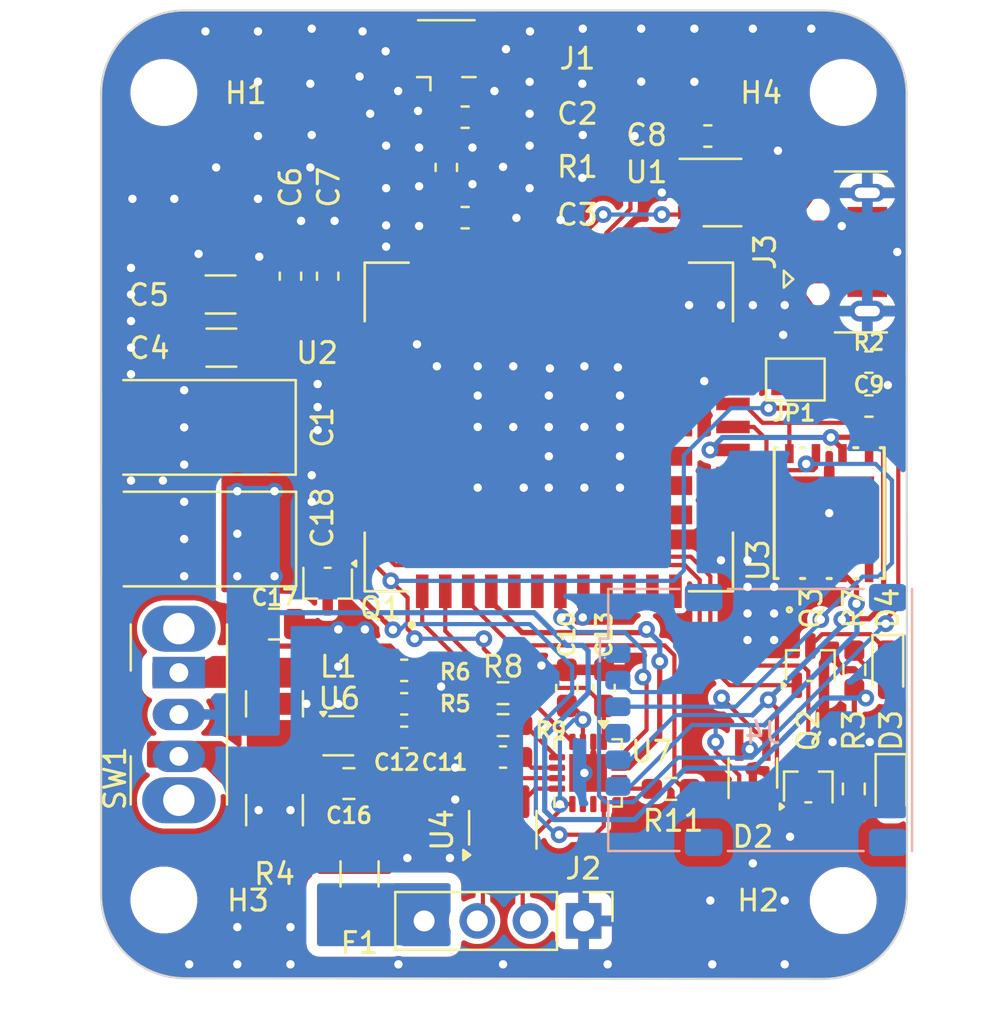
<source format=kicad_pcb>
(kicad_pcb (version 20241229) (generator "pcbnew") (generator_version "9.0")
  (title_block (title "TechStudio.Design SIM7080G NB-IoT Shield") (date "2021-08-25") (rev "V1.2") (company "www.techstudio.design") (comment 3 "Copyright: Tech Studio Design, 2021") (comment 4 "Designed By: Henry Cheung"))
  (layers (0 "F.Cu" signal) (4 "In1.Cu" power) (6 "In2.Cu" power) (2 "B.Cu" signal) (13 "F.Paste" user) (15 "B.Paste" user) (5 "F.SilkS" user "F.Silkscreen") (7 "B.SilkS" user "B.Silkscreen") (1 "F.Mask" user) (3 "B.Mask" user) (25 "Edge.Cuts" user))
  (net 0 "")
  (net 1 "Net-(U7-V3_{OUT})")
  (net 2 "GND")
  (net 3 "+1V8")
  (net 4 "Net-(J1-In)")
  (net 5 "VBUS")
  (net 6 "Net-(U2-RF_ANT)")
  (net 7 "Net-(J4-VCC)")
  (net 8 "Net-(J4-RST)")
  (net 9 "Net-(J4-I{slash}O)")
  (net 10 "Net-(J4-CLK)")
  (net 11 "Net-(D3-K)")
  (net 12 "Net-(D3-A)")
  (net 13 "Net-(D4-K)")
  (net 14 "Net-(D4-A)")
  (net 16 "Net-(J3-D-)")
  (net 17 "Net-(J3-D+)")
  (net 18 "Net-(JP1-A)")
  (net 19 "Net-(JP1-B)")
  (net 20 "Net-(U2-USB_DP)")
  (net 21 "Net-(U2-USB_DM)")
  (net 57 "/SIM7080_module/STATUS_LED_CTRL")
  (net 58 "/SIM7080_module/NET_LED_CTRL")
  (net 59 "Net-(U7-UD+)")
  (net 60 "Net-(U7-UD-)")
  (net 61 "Net-(J2-Pin_2)")
  (net 62 "Net-(SW1-C)")
  (net 63 "/SIM7080_Interface/UART_~{RTS}")
  (net 64 "/SIM7080_Interface/UART_~{CTS}")
  (net 65 "/SIM7080_Interface/UART_TXD")
  (net 66 "/SIM7080_Interface/UART_~{RI}")
  (net 67 "/SIM7080_Interface/UART_~{ACT}")
  (net 68 "/SIM7080_Interface/UART_~{DSR}")
  (net 69 "/SIM7080_Interface/UART_RXD")
  (net 71 "/SIM7080_module/DEBUG_VBUS")
  (net 72 "Net-(U7-TXD)")
  (net 73 "Net-(J2-Pin_3)")
  (net 74 "+BATT")
  (net 75 "Net-(U6-FB)")
  (net 76 "+5V")
  (net 78 "Net-(U6-SW)")
  (net 79 "Net-(U7-RXD)")
  (net 80 "Net-(U7-~{RTS})")
  (net 81 "Net-(SW1-A)")
  (net 83 "/SIM7080_Interface/PWR_SIGNAL")
  (net 84 "Net-(Q1-B)")
  (net 85 "/SIM7080_module/UART_DCD")
  (footprint "Capacitor_SMD:C_0603_1608Metric_Pad1.05x0.95mm_HandSolder" (layer "F.Cu") (at 30.7 18.2)
    (property "Reference" "C2")
    (property "Value" "NC" (hide yes))
  )
  (footprint "Capacitor_SMD:C_0603_1608Metric_Pad1.05x0.95mm_HandSolder" (layer "F.Cu") (at 30.7 23)
    (property "Reference" "C3")
    (property "Value" "NC" (hide yes))
  )
  (footprint "Capacitor_SMD:C_1206_3216Metric_Pad1.33x1.80mm_HandSolder" (layer "F.Cu") (at 19.0115 26.67 180)
    (property "Reference" "C5")
    (property "Value" "100uF")
  )
  (footprint "Capacitor_SMD:C_0603_1608Metric_Pad1.05x0.95mm_HandSolder" (layer "F.Cu") (at 22.352 25.795 90)
    (property "Reference" "C6")
    (property "Value" "1uF" (hide yes))
  )
  (footprint "Capacitor_SMD:C_0603_1608Metric_Pad1.05x0.95mm_HandSolder" (layer "F.Cu") (at 24.13 25.795 90)
    (property "Reference" "C7")
    (property "Value" "0.1uF" (hide yes))
  )
  (footprint "Capacitor_SMD:C_0603_1608Metric_Pad1.05x0.95mm_HandSolder" (layer "F.Cu") (at 42.3 19.1 180)
    (property "Reference" "C8")
    (property "Value" "0.1uF" (hide yes))
  )
  (footprint "Capacitor_SMD:C_0603_1608Metric_Pad1.05x0.95mm_HandSolder" (layer "F.Cu") (at 50 32)
    (property "Reference" "C9")
    (property "Value" "0.1uF" (hide yes))
  )
  (footprint "Package_TO_SOT_SMD:SOT-353_SC-70-5_Handsoldering" (layer "F.Cu") (at 44.45 49.53 90)
    (property "Reference" "D2")
    (property "Value" "ESDA6V1W5" (hide yes))
  )
  (footprint "MountingHole:MountingHole_2.7mm_M2.5" (layer "F.Cu") (at 48.768 55.626)
    (property "Reference" "H2")
    (property "Value" "MountingHole_Pad" (hide yes))
  )
  (footprint "MountingHole:MountingHole_2.7mm_M2.5" (layer "F.Cu") (at 16.3 55.6)
    (property "Reference" "H3")
    (property "Value" "MountingHole_Pad" (hide yes))
  )
  (footprint "Connector_Coaxial:U.FL_Hirose_U.FL-R-SMT-1_Vertical" (layer "F.Cu") (at 29.8 15.4 90)
    (property "Reference" "J1")
    (property "Value" "LTE Antenna" (hide yes))
  )
  (footprint "Jumper:SolderJumper-2_P1.3mm_Open_Pad1.0x1.5mm" (layer "F.Cu") (at 46.482 30.734)
    (property "Reference" "JP1")
    (property "Value" "SolderJumper_2_Open" (hide yes))
  )
  (footprint "Resistor_SMD:R_0603_1608Metric_Pad1.05x0.95mm_HandSolder" (layer "F.Cu") (at 29.8 20.6 90)
    (property "Reference" "R1")
    (property "Value" "0" (hide yes))
  )
  (footprint "Resistor_SMD:R_0603_1608Metric_Pad1.05x0.95mm_HandSolder" (layer "F.Cu") (at 50 29.9 180)
    (property "Reference" "R2")
    (property "Value" "10k" (hide yes))
  )
  (footprint "Package_TO_SOT_SMD:SOT-23-6_Handsoldering" (layer "F.Cu") (at 43 21.8)
    (property "Reference" "U1")
    (property "Value" "USBLC6-2SC6" (hide yes))
  )
  (footprint "SimCom:SIM7080G" (layer "F.Cu") (at 34.7 33 90)
    (property "Reference" "U2")
    (property "Value" "SIM7080G" (hide yes))
  )
  (footprint "e-tinkers:ST4SIM-200M" (layer "F.Cu") (at 48.1 37.1158 90)
    (property "Reference" "U3")
    (property "Value" "ST4SIM-200M" (hide yes))
  )
  (footprint "MountingHole:MountingHole_2.7mm_M2.5" (layer "F.Cu") (at 16.3 17.018)
    (property "Reference" "H1")
    (property "Value" "MountingHole_Pad")
  )
  (footprint "Connector_USB:USB_Micro-B_XKB_U254-051T-4BH83-F1S" (layer "F.Cu") (at 49.53 24.638 90)
    (property "Reference" "J3")
    (property "Value" "USB_B_Micro")
  )
  (footprint "Capacitor_Tantalum_SMD:CP_EIA-7343-30_AVX-N_HandSolder" (layer "F.Cu") (at 18.014 33.02 180)
    (property "Reference" "C1")
    (property "Value" "500uF")
  )
  (footprint "Capacitor_SMD:C_0603_1608Metric_Pad1.08x0.95mm_HandSolder" (layer "F.Cu") (at 35.56 45.466 90)
    (property "Reference" "C10")
    (property "Value" "1uF")
  )
  (footprint "Package_TO_SOT_SMD:SOT-323_SC-70" (layer "F.Cu") (at 47.2 44.4 90)
    (property "Reference" "Q3")
    (property "Value" "DTC143ZU")
  )
  (footprint "Capacitor_Tantalum_SMD:CP_EIA-7343-30_AVX-N_HandSolder" (layer "F.Cu") (at 18.034 38.354 180)
    (property "Reference" "C18")
    (property "Value" "500uF")
  )
  (footprint "Capacitor_SMD:C_0603_1608Metric_Pad1.08x0.95mm_HandSolder" (layer "F.Cu") (at 27.7865 47.828 180)
    (property "Reference" "C12")
    (property "Value" "120pF")
  )
  (footprint "LED_SMD:LED_0603_1608Metric_Pad1.05x0.95mm_HandSolder" (layer "F.Cu") (at 50.9 44.6 -90)
    (property "Reference" "D4")
    (property "Value" "STATUS")
  )
  (footprint "Capacitor_SMD:C_0603_1608Metric_Pad1.08x0.95mm_HandSolder" (layer "F.Cu") (at 32.512 48.768 180)
    (property "Reference" "C11")
    (property "Value" "100nF")
  )
  (footprint "Connector_PinHeader_2.54mm:PinHeader_1x04_P2.54mm_Vertical" (layer "F.Cu") (at 36.36 56.6 -90)
    (property "Reference" "J2")
    (property "Value" "USB_JUMPER")
  )
  (footprint "Package_TO_SOT_SMD:SOT-323_SC-70" (layer "F.Cu") (at 24.13 40.4645 -90)
    (property "Reference" "Q1")
    (property "Value" "DTC143Z")
  )
  (footprint "Package_TO_SOT_SMD:SOT-323_SC-70" (layer "F.Cu") (at 47.1 50.2 90)
    (property "Reference" "Q2")
    (property "Value" "DTC143ZU")
  )
  (footprint "Capacitor_SMD:C_0805_2012Metric" (layer "F.Cu") (at 25.146 50.038)
    (property "Reference" "C16")
    (property "Value" "10uF")
  )
  (footprint "Resistor_SMD:R_0603_1608Metric_Pad0.98x0.95mm_HandSolder" (layer "F.Cu") (at 49.276 50.292 -90)
    (property "Reference" "R3")
    (property "Value" "1k")
  )
  (footprint "Resistor_SMD:R_0603_1608Metric_Pad0.98x0.95mm_HandSolder" (layer "F.Cu") (at 32.512 47.244 180)
    (property "Reference" "R9")
    (property "Value" "1k")
  )
  (footprint "Resistor_SMD:R_0603_1608Metric_Pad0.98x0.95mm_HandSolder" (layer "F.Cu") (at 40.5365 50.292)
    (property "Reference" "R11")
    (property "Value" "1k")
  )
  (footprint "Resistor_SMD:R_0603_1608Metric_Pad0.98x0.95mm_HandSolder" (layer "F.Cu") (at 32.512 45.72 180)
    (property "Reference" "R8")
    (property "Value" "1k")
  )
  (footprint "Button_Switch_THT:SW_Slide_SPDT_Angled_CK_OS102011MA1Q" (layer "F.Cu") (at 17.018 44.736 -90)
    (property "Reference" "SW1")
    (property "Value" "KILL_SWITCH")
  )
  (footprint "Capacitor_SMD:C_0603_1608Metric_Pad1.08x0.95mm_HandSolder" (layer "F.Cu") (at 27.7865 44.628)
    (property "Reference" "R6")
    (property "Value" "100k")
  )
  (footprint "Capacitor_SMD:C_1206_3216Metric_Pad1.33x1.80mm_HandSolder" (layer "F.Cu") (at 19.05 29.21 180)
    (property "Reference" "C4")
    (property "Value" "100uF")
  )
  (footprint "Inductor_SMD:L_1210_3225Metric_Pad1.42x2.65mm_HandSolder" (layer "F.Cu") (at 21.59 46.228 90)
    (property "Reference" "L1")
    (property "Value" "1uH")
  )
  (footprint "Capacitor_SMD:C_0805_2012Metric" (layer "F.Cu") (at 21.59 42.418)
    (property "Reference" "C17")
    (property "Value" "22uF")
  )
  (footprint "MountingHole:MountingHole_2.7mm_M2.5" (layer "F.Cu") (at 48.768 17.018)
    (property "Reference" "H4")
    (property "Value" "MountingHole_Pad")
  )
  (footprint "LED_SMD:LED_0603_1608Metric_Pad1.05x0.95mm_HandSolder" (layer "F.Cu") (at 51.054 50.292 -90)
    (property "Reference" "D3")
    (property "Value" "NETLIGHT")
  )
  (footprint "Fuse:Fuse_1206_3216Metric_Pad1.42x1.75mm_HandSolder" (layer "F.Cu") (at 25.654 54.356 90)
    (property "Reference" "F1")
    (property "Value" "PTC_FUSE")
  )
  (footprint "Capacitor_SMD:C_0603_1608Metric_Pad1.08x0.95mm_HandSolder" (layer "F.Cu") (at 27.7865 46.228 180)
    (property "Reference" "R5")
    (property "Value" "536k")
  )
  (footprint "Resistor_SMD:R_1210_3225Metric_Pad1.30x2.65mm_HandSolder" (layer "F.Cu") (at 21.59 51.308 -90)
    (property "Reference" "R4")
    (property "Value" "10R")
  )
  (footprint "Package_DFN_QFN:WCH_QFN-16-1EP_3x3mm_P0.5mm_EP1.8x1.8mm" (layer "F.Cu") (at 36.576 49.53 -90)
    (property "Reference" "U7")
    (property "Value" "CH343P")
  )
  (footprint "Resistor_SMD:R_0603_1608Metric_Pad0.98x0.95mm_HandSolder" (layer "F.Cu") (at 49.3 44.6 90)
    (property "Reference" "R7")
    (property "Value" "1k")
  )
  (footprint "Package_TO_SOT_SMD:SOT-563" (layer "F.Cu") (at 24.638 47.752)
    (property "Reference" "U6")
    (property "Value" "TPS62A01ADRL")
  )
  (footprint "Package_TO_SOT_SMD:SOT-23-6_Handsoldering" (layer "F.Cu") (at 32.5 52.25 90)
    (property "Reference" "U4")
    (property "Value" "USBLC6-2SC6")
  )
  (footprint "Capacitor_SMD:C_0603_1608Metric_Pad1.08x0.95mm_HandSolder" (layer "F.Cu") (at 37.338 45.466 90)
    (property "Reference" "C13")
    (property "Value" "1uF")
  )
  (footprint "Connector_Card:nanoSIM_Hinged_CUI_NSIM-2-C" (layer "B.Cu") (at 44.8 47 -90)
    (property "Reference" "J4")
    (property "Value" "SIM_Card")
  )
  (gr_arc (start 17.3 59.337573) (mid 14.471573 58.166) (end 13.3 55.337573) (stroke (width 0.1)) (layer "Edge.Cuts"))
  (gr_line (start 47.816 59.372) (end 17.3 59.337573) (stroke (width 0.1)) (layer "Edge.Cuts"))
  (gr_arc (start 47.8 13.1) (mid 50.628427 14.271573) (end 51.8 17.1) (stroke (width 0.1)) (layer "Edge.Cuts"))
  (gr_line (start 51.8 17.1) (end 51.816 55.372) (stroke (width 0.1)) (layer "Edge.Cuts"))
  (gr_line (start 13.3 55.337573) (end 13.3 17.1) (stroke (width 0.1)) (layer "Edge.Cuts"))
  (gr_arc (start 13.3 17.1) (mid 14.471573 14.271573) (end 17.3 13.1) (stroke (width 0.1)) (layer "Edge.Cuts"))
  (gr_arc (start 51.815999 55.370328) (mid 50.645018 58.199835) (end 47.816 59.371999) (stroke (width 0.1)) (layer "Edge.Cuts"))
  (gr_line (start 17.3 13.1) (end 47.8 13.1) (stroke (width 0.1)) (layer "Edge.Cuts"))
  (segment (start 33.8865 49.28) (end 33.3745 48.768) (width 0.2) (layer "F.Cu") (net 1))
  (segment (start 35.0885 49.28) (end 33.8865 49.28) (width 0.2) (layer "F.Cu") (net 1))
  (segment (start 31.3 30.1) (end 31.3 30.1) (width 0.5) (layer "F.Cu") (net 2))
  (segment (start 31.3 35.9) (end 32.6 37.2) (width 0.5) (layer "F.Cu") (net 2))
  (segment (start 33.5 35.9) (end 31.3 35.9) (width 0.5) (layer "F.Cu") (net 2))
  (segment (start 29.551678 45.402317) (end 29.423317 45.402317) (width 0.2) (layer "F.Cu") (net 2))
  (segment (start 23.9255 46.9405) (end 24.638 46.228) (width 0.2) (layer "F.Cu") (net 2))
  (segment (start 31.2 35.8) (end 31.3 35.9) (width 0.5) (layer "F.Cu") (net 2))
  (segment (start 30.85 25.15) (end 30.85 23.725) (width 0.3) (layer "F.Cu") (net 2))
  (segment (start 31.3 35.9) (end 31.3 35.9) (width 0.5) (layer "F.Cu") (net 2))
  (segment (start 30.85 23.725) (end 31.575 23) (width 0.3) (layer "F.Cu") (net 2))
  (segment (start 44.45 50.86) (end 44.45 53.848) (width 0.2) (layer "F.Cu") (net 2))
  (segment (start 27.5 15.8) (end 25.8 14.1) (width 0.5) (layer "F.Cu") (net 2))
  (segment (start 36.826 48.0425) (end 36.826 49.28) (width 0.2) (layer "F.Cu") (net 2))
  (segment (start 40.1 21.8) (end 41.65 21.8) (width 0.2) (layer "F.Cu") (net 2))
  (segment (start 36.35 40.85) (end 36.35 42.072997) (width 0.2) (layer "F.Cu") (net 2))
  (segment (start 29.423317 45.402317) (end 28.649 44.628) (width 0.2) (layer "F.Cu") (net 2))
  (segment (start 50.875 31.025) (end 50.9 31) (width 0.25) (layer "F.Cu") (net 2))
  (segment (start 28.65 25.15) (end 28.65 18.1) (width 0.5) (layer "F.Cu") (net 2))
  (segment (start 23.9255 47.0395) (end 23.114 46.228) (width 0.2) (layer "F.Cu") (net 2))
  (segment (start 28.45 16.6) (end 26.9 15.05) (width 0.5) (layer "F.Cu") (net 2))
  (segment (start 28.45 17.9) (end 28.45 16.6) (width 0.5) (layer "F.Cu") (net 2))
  (segment (start 36.35 42.072997) (end 36.322 42.100997) (width 0.2) (layer "F.Cu") (net 2))
  (segment (start 32.6 37.2) (end 32.6 38.35) (width 0.5) (layer "F.Cu") (net 2))
  (segment (start 34.654084 44.704) (end 36.576 44.704) (width 0.2) (layer "F.Cu") (net 2))
  (segment (start 48.65 23.35) (end 48.7 23.4) (width 0.25) (layer "F.Cu") (net 2))
  (segment (start 25.9 30.8) (end 27.2 30.8) (width 0.5) (layer "F.Cu") (net 2))
  (segment (start 33.8 14.1) (end 30.85 17.05) (width 0.5) (layer "F.Cu") (net 2))
  (segment (start 36.576 44.704) (end 36.6765 44.6035) (width 0.2) (layer "F.Cu") (net 2))
  (segment (start 23.9255 47.252) (end 23.9255 47.0395) (width 0.2) (layer "F.Cu") (net 2))
  (segment (start 42.138762 30.8) (end 42.128089 30.810673) (width 0.25) (layer "F.Cu") (net 2))
  (segment (start 28.5 35.9) (end 28.4 35.8) (width 0.5) (layer "F.Cu") (net 2))
  (segment (start 31.3 35.9) (end 28.5 35.9) (width 0.5) (layer "F.Cu") (net 2))
  (segment (start 43.5 30.8) (end 42.138762 30.8) (width 0.25) (layer "F.Cu") (net 2))
  (segment (start 30.85 17.05) (end 30.85 25.15) (width 0.5) (layer "F.Cu") (net 2))
  (segment (start 47.2 23.35) (end 48.65 23.35) (width 0.25) (layer "F.Cu") (net 2))
  (segment (start 34.345042 44.394958) (end 34.654084 44.704) (width 0.2) (layer "F.Cu") (net 2))
  (segment (start 23.9255 47.252) (end 23.9255 46.9405) (width 0.2) (layer "F.Cu") (net 2))
  (segment (start 31.2 30.2) (end 31.3 30.1) (width 0.5) (layer "F.Cu") (net 2))
  (segment (start 27.8 30.2) (end 28.4 30.2) (width 0.5) (layer "F.Cu") (net 2))
  (segment (start 32.5 53.6) (end 32.5 57.8) (width 0.2) (layer "F.Cu") (net 2))
  (segment (start 50.875 32) (end 50.875 31.025) (width 0.25) (layer "F.Cu") (net 2))
  (segment (start 34.7 35.9) (end 33.5 35.9) (width 0.5) (layer "F.Cu") (net 2))
  (segment (start 27.2 30.8) (end 27.8 30.2) (width 0.5) (layer "F.Cu") (net 2))
  (segment (start 36.6765 44.6035) (end 37.338 44.6035) (width 0.2) (layer "F.Cu") (net 2))
  (segment (start 43.5 28.6) (end 45.9 28.6) (width 0.5) (layer "F.Cu") (net 2))
  (via (at 48.26 48.05) (size 0.8) (drill 0.4) (layers "F.Cu" "B.Cu") (net 2))
  (via (at 42.418 55.626) (size 0.8) (drill 0.4) (layers "F.Cu" "B.Cu") (net 2))
  (via (at 20.828 51.308) (size 0.8) (drill 0.4) (layers "F.Cu" "B.Cu") (net 2))
  (via (at 20.8 22.1) (size 0.8) (drill 0.4) (layers "F.Cu" "B.Cu") (net 2))
  (via (at 14.732 30.48) (size 0.8) (drill 0.4) (layers "F.Cu" "B.Cu") (net 2))
  (via (at 19.812 56.896) (size 0.8) (drill 0.4) (layers "F.Cu" "B.Cu") (net 2))
  (via (at 19.812 58.674) (size 0.8) (drill 0.4) (layers "F.Cu" "B.Cu") (net 2))
  (via (at 28.4 29.05) (size 0.8) (drill 0.4) (layers "F.Cu" "B.Cu") (net 2))
  (via (at 35.26 23.11) (size 0.8) (drill 0.4) (layers "F.Cu" "B.Cu") (net 2))
  (via (at 42.926 39.37) (size 0.8) (drill 0.4) (layers "F.Cu" "B.Cu") (net 2))
  (via (at 34.345042 44.394958) (size 0.8) (drill 0.4) (layers "F.Cu" "B.Cu") (net 2))
  (via (at 17.272 40.132) (size 0.8) (drill 0.4) (layers "F.Cu" "B.Cu") (net 2))
  (via (at 23.65 33.15) (size 0.8) (drill 0.4) (layers "F.Cu" "B.Cu") (net 2))
  (via (at 29.972 53.594) (size 0.8) (drill 0.4) (layers "F.Cu" "B.Cu") (net 2))
  (via (at 38.1 34.4) (size 0.8) (drill 0.4) (layers "F.Cu" "B.Cu") (net 2))
  (via (at 36.322 19.05) (size 0.8) (drill 0.4) (layers "F.Cu" "B.Cu") (net 2))
  (via (at 45.466 40.64) (size 0.8) (drill 0.4) (layers "F.Cu" "B.Cu") (net 2))
  (via (at 46.228 52.578) (size 0.8) (drill 0.4) (layers "F.Cu" "B.Cu") (net 2))
  (via (at 28.45 17.9) (size 0.8) (drill 0.4) (layers "F.Cu" "B.Cu") (net 2))
  (via (at 17.96 24.729) (size 0.8) (drill 0.4) (layers "F.Cu" "B.Cu") (net 2))
  (via (at 23.114 46.228) (size 0.8) (drill 0.4) (layers "F.Cu" "B.Cu") (net 2))
  (via (at 20.8 16.5) (size 0.8) (drill 0.4) (layers "F.Cu" "B.Cu") (net 2))
  (via (at 29.551678 45.402317) (size 0.8) (drill 0.4) (layers "F.Cu" "B.Cu") (net 2))
  (via (at 24.638 42.672) (size 0.8) (drill 0.4) (layers "F.Cu" "B.Cu") (net 2))
  (via (at 17.272 34.798) (size 0.8) (drill 0.4) (layers "F.Cu" "B.Cu") (net 2))
  (via (at 44.196 41.91) (size 0.8) (drill 0.4) (layers "F.Cu" "B.Cu") (net 2))
  (via (at 47.244 13.97) (size 0.8) (drill 0.4) (layers "F.Cu" "B.Cu") (net 2))
  (via (at 17.272 31.242) (size 0.8) (drill 0.4) (layers "F.Cu" "B.Cu") (net 2))
  (via (at 22.86 23.154) (size 0.8) (drill 0.4) (layers "F.Cu" "B.Cu") (net 2))
  (via (at 23.368 13.97) (size 0.8) (drill 0.4) (layers "F.Cu" "B.Cu") (net 2))
  (via (at 23.65 30.95) (size 0.8) (drill 0.4) (layers "F.Cu" "B.Cu") (net 2))
  (via (at 17.272 38.354) (size 0.8) (drill 0.4) (layers "F.Cu" "B.Cu") (net 2))
  (via (at 14.732 35.56) (size 0.8) (drill 0.4) (layers "F.Cu" "B.Cu") (net 2))
  (via (at 51.353151 24.638087) (size 0.8) (drill 0.4) (layers "F.Cu" "B.Cu") (net 2))
  (via (at 23.368 35.306) (size 0.8) (drill 0.4) (layers "F.Cu" "B.Cu") (net 2))
  (via (at 22.352 51.308) (size 0.8) (drill 0.4) (layers "F.Cu" "B.Cu") (net 2))
  (via (at 45.466 41.91) (size 0.8) (drill 0.4) (layers "F.Cu" "B.Cu") (net 2))
  (via (at 36.4 35.9) (size 0.8) (drill 0.4) (layers "F.Cu" "B.Cu") (net 2))
  (via (at 41.656 13.97) (size 0.8) (drill 0.4) (layers "F.Cu" "B.Cu") (net 2))
  (via (at 45.974 27.178) (size 0.8) (drill 0.4) (layers "F.Cu" "B.Cu") (net 2))
  (via (at 24.46 23.154) (size 0.8) (drill 0.4) (layers "F.Cu" "B.Cu") (net 2))
  (via (at 16.256 35.56) (size 0.8) (drill 0.4) (layers "F.Cu" "B.Cu") (net 2))
  (via (at 44.196 40.64) (size 0.8) (drill 0.4) (layers "F.Cu" "B.Cu") (net 2))
  (via (at 34.75 30.2) (size 0.8) (drill 0.4) (layers "F.Cu" "B.Cu") (net 2))
  (via (at 32.1 16.95) (size 0.8) (drill 0.4) (layers "F.Cu" "B.Cu") (net 2))
  (via (at 17.512 58.674) (size 0.8) (drill 0.4) (layers "F.Cu" "B.Cu") (net 2))
  (via (at 33.8 14.1) (size 0.8) (drill 0.4) (layers "F.Cu" "B.Cu") (net 2))
  (via (at 44.45 27.178) (size 0.8) (drill 0.4) (layers "F.Cu" "B.Cu") (net 2))
  (via (at 14.8 22.1) (size 0.8) (drill 0.4) (layers "F.Cu" "B.Cu") (net 2))
  (via (at 42.926 27.178) (size 0.8) (drill 0.4) (layers "F.Cu" "B.Cu") (net 2))
  (via (at 25.654 16.256) (size 0.8) (drill 0.4) (layers "F.Cu" "B.Cu") (net 2))
  (via (at 18.288 14.1) (size 0.8) (drill 0.4) (layers "F.Cu" "B.Cu") (net 2))
  (via (at 33.15 23.01) (size 0.8) (drill 0.4) (layers "F.Cu" "B.Cu") (net 2))
  (via (at 23.368 19.05) (size 0.8) (drill 0.4) (layers "F.Cu" "B.Cu") (net 2))
  (via (at 14.732 26.67) (size 0.8) (drill 0.4) (layers "F.Cu" "B.Cu") (net 2))
  (via (at 26.924 19.558) (size 0.8) (drill 0.4) (layers "F.Cu" "B.Cu") (net 2))
  (via (at 44.196 43.18) (size 0.8) (drill 0.4) (layers "F.Cu" "B.Cu") (net 2))
  (via (at 37.512 58.674) (size 0.8) (drill 0.4) (layers "F.Cu" "B.Cu") (net 2))
  (via (at 31.3 33) (size 0.8) (drill 0.4) (layers "F.Cu" "B.Cu") (net 2))
  (via (at 48.1 37.1158) (size 0.8) (drill 0.4) (layers "F.Cu" "B.Cu") (net 2))
  (via (at 23.65 32.05) (size 0.8) (drill 0.4) (layers "F.Cu" "B.Cu") (net 2))
  (via (at 50.9 31) (size 0.8) (drill 0.4) (layers "F.Cu" "B.Cu") (net 2))
  (via (at 45.466 43.18) (size 0.8) (drill 0.4) (layers "F.Cu" "B.Cu") (net 2))
  (via (at 45.974 55.626) (size 0.8) (drill 0.4) (layers "F.Cu" "B.Cu") (net 2))
  (via (at 23.3 20.6) (size 0.8) (drill 0.4) (layers "F.Cu" "B.Cu") (net 2))
  (via (at 38.1 31.5) (size 0.8) (drill 0.4) (layers "F.Cu" "B.Cu") (net 2))
  (via (at 24.638 44.45) (size 0.8) (drill 0.4) (layers "F.Cu" "B.Cu") (net 2))
  (via (at 26.924 24.384) (size 0.8) (drill 0.4) (layers "F.Cu" "B.Cu") (net 2))
  (via (at 16.8 22.1) (size 0.8) (drill 0.4) (layers "F.Cu" "B.Cu") (net 2))
  (via (at 26.162 18.034) (size 0.8) (drill 0.4) (layers "F.Cu" "B.Cu") (net 2))
  (via (at 17.272 36.576) (size 0.8) (drill 0.4) (layers "F.Cu" "B.Cu") (net 2))
  (via (at 30.226 50.8) (size 0.8) (drill 0.4) (layers "F.Cu" "B.Cu") (net 2))
  (via (at 45.974 58.674) (size 0.8) (drill 0.4) (layers "F.Cu" "B.Cu") (net 2))
  (via (at 32.65 14.95) (size 0.8) (drill 0.4) (layers "F.Cu" "B.Cu") (net 2))
  (via (at 36.322 13.97) (size 0.8) (drill 0.4) (layers "F.Cu" "B.Cu") (net 2))
  (via (at 32.512 58.674) (size 0.8) (drill 0.4) (layers "F.Cu" "B.Cu") (net 2))
  (via (at 17.272 33.02) (size 0.8) (drill 0.4) (layers "F.Cu" "B.Cu") (net 2))
  (via (at 23.3 16.6) (size 0.8) (drill 0.4) (layers "F.Cu" "B.Cu") (net 2))
  (via (at 44.45 53.848) (size 0.8) (drill 0.4) (layers "F.Cu" "B.Cu") (net 2))
  (via (at 31.05 19.65) (size 0.8) (drill 0.4) (layers "F.Cu" "B.Cu") (net 2))
  (via (at 29.35 30.1) (size 0.8) (drill 0.4) (layers "F.Cu" "B.Cu") (net 2))
  (via (at 27.512 58.674) (size 0.8) (drill 0.4) (layers "F.Cu" "B.Cu") (net 2))
  (via (at 26.9 15.05) (size 0.8) (drill 0.4) (layers "F.Cu" "B.Cu") (net 2))
  (via (at 34.7 34.4) (size 0.8) (drill 0.4) (layers "F.Cu" "B.Cu") (net 2))
  (via (at 23.368 36.576) (size 0.8) (drill 0.4) (layers "F.Cu" "B.Cu") (net 2))
  (via (at 28.5 21.5) (size 0.8) (drill 0.4) (layers "F.Cu" "B.Cu") (net 2))
  (via (at 36.322 42.100997) (size 0.8) (drill 0.4) (layers "F.Cu" "B.Cu") (net 2))
  (via (at 41.402 27.178) (size 0.8) (drill 0.4) (layers "F.Cu" "B.Cu") (net 2))
  (via (at 31.05 21.4) (size 0.8) (drill 0.4) (layers "F.Cu" "B.Cu") (net 2))
  (via (at 33.782 16.51) (size 0.8) (drill 0.4) (layers "F.Cu" "B.Cu") (net 2))
  (via (at 26.924 23.368) (size 0.8) (drill 0.4) (layers "F.Cu" "B.Cu") (net 2))
  (via (at 36.3 16.6) (size 0.8) (drill 0.4) (layers "F.Cu" "B.Cu") (net 2))
  (via (at 42.512 58.674) (size 0.8) (drill 0.4) (layers "F.Cu" "B.Cu") (net 2))
  (via (at 38 30.15) (size 0.8) (drill 0.4) (layers "F.Cu" "B.Cu") (net 2))
  (via (at 36.3 21.1) (size 0.8) (drill 0.4) (layers "F.Cu" "B.Cu") (net 2))
  (via (at 39.116 13.97) (size 0.8) (drill 0.4) (layers "F.Cu" "B.Cu") (net 2))
  (via (at 45.65 19.8) (size 0.8) (drill 0.4) (layers "F.Cu" "B.Cu") (net 2))
  (via (at 20.8 19.1) (size 0.8) (drill 0.4) (layers "F.Cu" "B.Cu") (net 2))
  (via (at 26.924 21.59) (size 0.8) (drill 0.4) (layers "F.Cu" "B.Cu") (net 2))
  (via (at 34.7 33) (size 0.8) (drill 0.4) (layers "F.Cu" "B.Cu") (net 2))
  (via (at 33 33) (size 0.8) (drill 0.4) (layers "F.Cu" "B.Cu") (net 2))
  (via (at 25.908 42.672) (size 0.8) (drill 0.4) (layers "F.Cu" "B.Cu") (net 2))
  (via (at 24.638 46.228) (size 0.8) (drill 0.4) (layers "F.Cu" "B.Cu") (net 2))
  (via (at 38.1 33) (size 0.8) (drill 0.4) (layers "F.Cu" "B.Cu") (net 2))
  (via (at 36.4 30.1) (size 0.8) (drill 0.4) (layers "F.Cu" "B.Cu") (net 2))
  (via (at 44.196 39.37) (size 0.8) (drill 0.4) (layers "F.Cu" "B.Cu") (net 2))
  (via (at 36.4 33) (size 0.8) (drill 0.4) (layers "F.Cu" "B.Cu") (net 2))
  (via (at 33.782 18.034) (size 0.8) (drill 0.4) (layers "F.Cu" "B.Cu") (net 2))
  (via (at 22.352 56.896) (size 0.8) (drill 0.4) (layers "F.Cu" "B.Cu") (net 2))
  (via (at 25.8 14.1) (size 0.8) (drill 0.4) (layers "F.Cu" "B.Cu") (net 2))
  (via (at 36.399 49.53) (size 0.8) (drill 0.4) (layers "F.Cu" "B.Cu") (net 2))
  (via (at 39.116 16.5) (size 0.8) (drill 0.4) (layers "F.Cu" "B.Cu") (net 2))
  (via (at 22.352 58.674) (size 0.8) (drill 0.4) (layers "F.Cu" "B.Cu") (net 2))
  (via (at 38.8 19.1) (size 0.8) (drill 0.4) (layers "F.Cu" "B.Cu") (net 2))
  (via (at 33.5 35.9) (size 0.8) (drill 0.4) (layers "F.Cu" "B.Cu") (net 2))
  (via (at 40.1 21.8) (size 0.8) (drill 0.4) (layers "F.Cu" "B.Cu") (net 2))
  (via (at 31.3 35.9) (size 0.8) (drill 0.4) (layers "F.Cu" "B.Cu") (net 2))
  (via (at 45.9 28.6) (size 0.8) (drill 0.4) (layers "F.Cu" "B.Cu") (net 2))
  (via (at 28.5 19.65) (size 0.8) (drill 0.4) (layers "F.Cu" "B.Cu") (net 2))
  (via (at 30.226 49.276) (size 0.8) (drill 0.4) (layers "F.Cu" "B.Cu") (net 2))
  (via (at 38.1 35.9) (size 0.8) (drill 0.4) (layers "F.Cu" "B.Cu") (net 2))
  (via (at 41.656 16.51) (size 0.8) (drill 0.4) (layers "F.Cu" "B.Cu") (net 2))
  (via (at 50.038 48.05) (size 0.8) (drill 0.4) (layers "F.Cu" "B.Cu") (net 2))
  (via (at 34.7 31.5) (size 0.8) (drill 0.4) (layers "F.Cu" "B.Cu") (net 2))
  (via (at 28.5 23.4) (size 0.8) (drill 0.4) (layers "F.Cu" "B.Cu") (net 2))
  (via (at 14.732 25.4) (size 0.8) (drill 0.4) (layers "F.Cu" "B.Cu") (net 2))
  (via (at 42.128089 30.810673) (size 0.8) (drill 0.4) (layers "F.Cu" "B.Cu") (net 2))
  (via (at 31.3 30.1) (size 0.8) (drill 0.4) (layers "F.Cu" "B.Cu") (net 2))
  (via (at 32.512 20.574) (size 0.8) (drill 0.4) (layers "F.Cu" "B.Cu") (net 2))
  (via (at 34.7 35.9) (size 0.8) (drill 0.4) (layers "F.Cu" "B.Cu") (net 2))
  (via (at 33.782 21.59) (size 0.8) (drill 0.4) (layers "F.Cu" "B.Cu") (net 2))
  (via (at 20.86 24.8665) (size 0.8) (drill 0.4) (layers "F.Cu" "B.Cu") (net 2))
  (via (at 33.782 19.558) (size 0.8) (drill 0.4) (layers "F.Cu" "B.Cu") (net 2))
  (via (at 44.45 13.97) (size 0.8) (drill 0.4) (layers "F.Cu" "B.Cu") (net 2))
  (via (at 20.8 14.1) (size 0.8) (drill 0.4) (layers "F.Cu" "B.Cu") (net 2))
  (via (at 27.94 53.594) (size 0.8) (drill 0.4) (layers "F.Cu" "B.Cu") (net 2))
  (via (at 18.8 20.6) (size 0.8) (drill 0.4) (layers "F.Cu" "B.Cu") (net 2))
  (via (at 14.732 27.94) (size 0.8) (drill 0.4) (layers "F.Cu" "B.Cu") (net 2))
  (via (at 48.7 23.4) (size 0.8) (drill 0.4) (layers "F.Cu" "B.Cu") (net 2))
  (via (at 31.3 31.5) (size 0.8) (drill 0.4) (layers "F.Cu" "B.Cu") (net 2))
  (via (at 14.732 29.21) (size 0.8) (drill 0.4) (layers "F.Cu" "B.Cu") (net 2))
  (via (at 27.5 16.95) (size 0.8) (drill 0.4) (layers "F.Cu" "B.Cu") (net 2))
  (via (at 33 30.1) (size 0.8) (drill 0.4) (layers "F.Cu" "B.Cu") (net 2))
  (segment (start 38 45.095) (end 38.08011 45.095) (width 0.2) (layer "B.Cu") (net 2))
  (segment (start 38.65011 45.665) (end 40.725 45.665) (width 0.2) (layer "B.Cu") (net 2))
  (segment (start 38.08011 45.095) (end 38.65011 45.665) (width 0.2) (layer "B.Cu") (net 2))
  (segment (start 34.426134 45.466) (end 36.4755 45.466) (width 0.2) (layer "F.Cu") (net 3))
  (segment (start 24.799 38.001) (end 27.149 40.351) (width 0.2) (layer "F.Cu") (net 3))
  (segment (start 37.326 46.3405) (end 37.338 46.3285) (width 0.2) (layer "F.Cu") (net 3))
  (segment (start 49.067 30.701) (end 50.074 30.701) (width 0.25) (layer "F.Cu") (net 3))
  (segment (start 31.593025 43.599429) (end 32.189596 44.196) (width 0.2) (layer "F.Cu") (net 3))
  (segment (start 36.4755 45.466) (end 37.338 46.3285) (width 0.2) (layer "F.Cu") (net 3))
  (segment (start 28.283969 42.989918) (end 27.95 42.655949) (width 0.2) (layer "F.Cu") (net 3))
  (segment (start 25.4 35.2) (end 24.799 35.801) (width 0.2) (layer "F.Cu") (net 3))
  (segment (start 33.156134 44.196) (end 34.426134 45.466) (width 0.2) (layer "F.Cu") (net 3))
  (segment (start 25.9 35.2) (end 25.4 35.2) (width 0.2) (layer "F.Cu") (net 3))
  (segment (start 27.95 41.152) (end 27.149 40.351) (width 0.2) (layer "F.Cu") (net 3))
  (segment (start 31.593025 43.118) (end 31.593025 43.599429) (width 0.2) (layer "F.Cu") (net 3))
  (segment (start 50.074 30.701) (end 50.875 29.9) (width 0.25) (layer "F.Cu") (net 3))
  (segment (start 32.189596 44.196) (end 33.156134 44.196) (width 0.2) (layer "F.Cu") (net 3))
  (segment (start 28.283969 43.118) (end 28.283969 42.989918) (width 0.2) (layer "F.Cu") (net 3))
  (segment (start 45.2 32.1) (end 47.668 32.1) (width 0.25) (layer "F.Cu") (net 3))
  (segment (start 24.799 35.801) (end 24.799 38.001) (width 0.2) (layer "F.Cu") (net 3))
  (segment (start 37.326 48.0425) (end 37.326 46.3405) (width 0.2) (layer "F.Cu") (net 3))
  (segment (start 47.668 32.1) (end 49.067 30.701) (width 0.25) (layer "F.Cu") (net 3))
  (segment (start 27.95 42.655949) (end 27.95 41.152) (width 0.2) (layer "F.Cu") (net 3))
  (via (at 31.593025 43.118) (size 0.8) (drill 0.4) (layers "F.Cu" "B.Cu") (net 3))
  (via (at 27.149 40.351) (size 0.8) (drill 0.4) (layers "F.Cu" "B.Cu") (net 3))
  (via (at 45.2 32.1) (size 0.8) (drill 0.4) (layers "F.Cu" "B.Cu") (net 3))
  (via (at 28.283969 43.118) (size 0.8) (drill 0.4) (layers "F.Cu" "B.Cu") (net 3))
  (segment (start 43.408636 32.1) (end 45.2 32.1) (width 0.2) (layer "B.Cu") (net 3))
  (segment (start 27.149 40.351) (end 40.649 40.351) (width 0.2) (layer "B.Cu") (net 3))
  (segment (start 31.593025 43.118) (end 28.283969 43.118) (width 0.2) (layer "B.Cu") (net 3))
  (segment (start 40.649 40.351) (end 41.15 39.85) (width 0.2) (layer "B.Cu") (net 3))
  (segment (start 41.15 39.85) (end 41.15 34.358636) (width 0.2) (layer "B.Cu") (net 3))
  (segment (start 41.15 34.358636) (end 43.408636 32.1) (width 0.2) (layer "B.Cu") (net 3))
  (segment (start 29.8 19.725) (end 29.8 18.225) (width 0.3) (layer "F.Cu") (net 4))
  (segment (start 29.8 18.175) (end 29.825 18.2) (width 0.3) (layer "F.Cu") (net 4))
  (segment (start 29.8 16.45) (end 29.8 18.175) (width 0.3) (layer "F.Cu") (net 4))
  (segment (start 29.8 18.225) (end 29.825 18.2) (width 0.3) (layer "F.Cu") (net 4))
  (segment (start 29.8 22.975) (end 29.825 23) (width 0.3) (layer "F.Cu") (net 6))
  (segment (start 29.825 25.075) (end 29.75 25.15) (width 0.3) (layer "F.Cu") (net 6))
  (segment (start 29.825 23) (end 29.825 25.075) (width 0.3) (layer "F.Cu") (net 6))
  (segment (start 29.8 21.475) (end 29.8 22.975) (width 0.3) (layer "F.Cu") (net 6))
  (segment (start 44.008636 31.9) (end 44.854318 32.745682) (width 0.2) (layer "F.Cu") (net 7))
  (segment (start 51.401 33.601) (end 51.401 41.599) (width 0.2) (layer "F.Cu") (net 7))
  (segment (start 43.5 31.9) (end 44.008636 31.9) (width 0.2) (layer "F.Cu") (net 7))
  (segment (start 46.195 34.2734) (end 46.195 32.806) (width 0.2) (layer "F.Cu") (net 7))
  (segment (start 51.401 33.601) (end 50.601 32.801) (width 0.2) (layer "F.Cu") (net 7))
  (segment (start 51.401 41.599) (end 51.15 41.85) (width 0.2) (layer "F.Cu") (net 7))
  (segment (start 44.909636 32.801) (end 44.854318 32.745682) (width 0.2) (layer "F.Cu") (net 7))
  (segment (start 46.2 32.801) (end 44.909636 32.801) (width 0.2) (layer "F.Cu") (net 7))
  (segment (start 49.125 32) (end 49.125 32.726) (width 0.2) (layer "F.Cu") (net 7))
  (segment (start 49.2 32.801) (end 49.1 32.801) (width 0.2) (layer "F.Cu") (net 7))
  (segment (start 49.1 32.801) (end 46.2 32.801) (width 0.2) (layer "F.Cu") (net 7))
  (segment (start 51.15 41.85) (end 50.8 42.2) (width 0.2) (layer "F.Cu") (net 7))
  (segment (start 50.8 42.2) (end 50.8 42.4) (width 0.2) (layer "F.Cu") (net 7))
  (segment (start 43.8 48.2) (end 44.108818 48.2) (width 0.2) (layer "F.Cu") (net 7))
  (segment (start 50.601 32.801) (end 49.2 32.801) (width 0.2) (layer "F.Cu") (net 7))
  (segment (start 49.125 32.726) (end 49.2 32.801) (width 0.2) (layer "F.Cu") (net 7))
  (segment (start 46.195 32.806) (end 46.2 32.801) (width 0.2) (layer "F.Cu") (net 7))
  (segment (start 46.195 34.086364) (end 46.195 34.2734) (width 0.2) (layer "F.Cu") (net 7))
  (segment (start 44.108818 48.2) (end 44.299998 48.39118) (width 0.2) (layer "F.Cu") (net 7))
  (via (at 44.299998 48.39118) (size 0.8) (drill 0.4) (layers "F.Cu" "B.Cu") (net 7))
  (via (at 50.8 42.4) (size 0.8) (drill 0.4) (layers "F.Cu" "B.Cu") (net 7))
  (segment (start 37.4 43.825) (end 37.099 44.126) (width 0.2) (layer "B.Cu") (net 7))
  (segment (start 37.099 44.126) (end 37.099 50.62411) (width 0.2) (layer "B.Cu") (net 7))
  (segment (start 37.40089 50.926) (end 38.736 50.926) (width 0.2) (layer "B.Cu") (net 7))
  (segment (start 37.099 50.62411) (end 37.40089 50.926) (width 0.2) (layer "B.Cu") (net 7))
  (segment (start 38 43.825) (end 37.4 43.825) (width 0.2) (layer "B.Cu") (net 7))
  (segment (start 38.736 50.926) (end 40.862 48.8) (width 0.2) (layer "B.Cu") (net 7))
  (segment (start 44.4 48.8) (end 50.8 42.4) (width 0.2) (layer "B.Cu") (net 7))
  (segment (start 40.862 48.8) (end 44.4 48.8) (width 0.2) (layer "B.Cu") (net 7))
  (segment (start 45.4622 35.0622) (end 45.1 34.7) (width 0.2) (layer "F.Cu") (net 8))
  (segment (start 47.465 34.935) (end 47.465 34.2734) (width 0.2) (layer "F.Cu") (net 8))
  (segment (start 46.7 35.0622) (end 45.4622 35.0622) (width 0.2) (layer "F.Cu") (net 8))
  (segment (start 42.955025 45.944975) (end 45.1 48.08995) (width 0.2) (layer "F.Cu") (net 8))
  (segment (start 43.6 33.1) (end 43.5 33) (width 0.25) (layer "F.Cu") (net 8))
  (segment (start 45.1 34.7) (end 45.1 33.6) (width 0.2) (layer "F.Cu") (net 8))
  (segment (start 45.1 48.08995) (end 45.1 48.2) (width 0.2) (layer "F.Cu") (net 8))
  (segment (start 47.3378 35.0622) (end 47.465 34.935) (width 0.2) (layer "F.Cu") (net 8))
  (segment (start 45.1 33.6) (end 44.5 33) (width 0.2) (layer "F.Cu") (net 8))
  (segment (start 46.7 35.0622) (end 47.3378 35.0622) (width 0.2) (layer "F.Cu") (net 8))
  (segment (start 44.5 33) (end 43.5 33) (width 0.2) (layer "F.Cu") (net 8))
  (segment (start 45.7622 35.0622) (end 46.7 35.0622) (width 0.2) (layer "F.Cu") (net 8))
  (via (at 46.997578 34.763198) (size 0.8) (drill 0.4) (layers "F.Cu" "B.Cu") (net 8))
  (via (at 47.697087 42.203063) (size 0.8) (drill 0.4) (layers "F.Cu" "B.Cu") (net 8))
  (via (at 42.955025 45.944975) (size 0.8) (drill 0.4) (layers "F.Cu" "B.Cu") (net 8))
  (segment (start 42.926 46.365) (end 43.635 46.365) (width 0.2) (layer "B.Cu") (net 8))
  (segment (start 50.313198 34.763198) (end 46.997578 34.763198) (width 0.2) (layer "B.Cu") (net 8))
  (segment (start 47.697087 42.150549) (end 49.697636 40.15) (width 0.2) (layer "B.Cu") (net 8))
  (segment (start 42.824459 46.075541) (end 42.824459 46.263459) (width 0.2) (layer "B.Cu") (net 8))
  (segment (start 42.955025 45.944975) (end 42.824459 46.075541) (width 0.2) (layer "B.Cu") (net 8))
  (segment (start 51.1 39.5) (end 51.1 35.55) (width 0.2) (layer "B.Cu") (net 8))
  (segment (start 50.45 40.15) (end 51.1 39.5) (width 0.2) (layer "B.Cu") (net 8))
  (segment (start 47.697087 42.203063) (end 47.697087 42.150549) (width 0.2) (layer "B.Cu") (net 8))
  (segment (start 51.1 35.55) (end 50.313198 34.763198) (width 0.2) (layer "B.Cu") (net 8))
  (segment (start 49.697636 40.15) (end 50.45 40.15) (width 0.2) (layer "B.Cu") (net 8))
  (segment (start 47.697087 42.302913) (end 47.697087 42.203063) (width 0.2) (layer "B.Cu") (net 8))
  (segment (start 42.824459 46.263459) (end 42.926 46.365) (width 0.2) (layer "B.Cu") (net 8))
  (segment (start 38 46.365) (end 42.926 46.365) (width 0.2) (layer "B.Cu") (net 8))
  (segment (start 43.635 46.365) (end 47.697087 42.302913) (width 0.2) (layer "B.Cu") (net 8))
  (segment (start 42.672 48.514) (end 42.672 48.05) (width 0.2) (layer "F.Cu") (net 9))
  (segment (start 45.5 36.5) (end 44.2 35.2) (width 0.2) (layer "F.Cu") (net 9))
  (segment (start 49.4 41.439) (end 49.4 40.6232) (width 0.25) (layer "F.Cu") (net 9))
  (segment (start 43.8 50.86) (end 43.8 49.642) (width 0.2) (layer "F.Cu") (net 9))
  (segment (start 48.735 39.9582) (end 47.9462 39.1694) (width 0.2) (layer "F.Cu") (net 9))
  (segment (start 45.5 39.0167) (end 45.5 36.5) (width 0.2) (layer "F.Cu") (net 9))
  (segment (start 43.8 49.642) (end 42.672 48.514) (width 0.2) (layer "F.Cu") (net 9))
  (segment (start 45.6527 39.1694) (end 45.5 39.0167) (width 0.2) (layer "F.Cu") (net 9))
  (segment (start 49.4 40.6232) (end 48.735 39.9582) (width 0.25) (layer "F.Cu") (net 9))
  (segment (start 47.9462 39.1694) (end 45.6527 39.1694) (width 0.2) (layer "F.Cu") (net 9))
  (segment (start 44.2 35.2) (end 43.5 35.2) (width 0.2) (layer "F.Cu") (net 9))
  (via (at 42.672 48.05) (size 0.8) (drill 0.4) (layers "F.Cu" "B.Cu") (net 9))
  (via (at 49.4 41.439) (size 0.8) (drill 0.4) (layers "F.Cu" "B.Cu") (net 9))
  (segment (start 49.4 41.439) (end 49.426 41.465) (width 0.25) (layer "B.Cu") (net 9))
  (segment (start 42.672 47.244) (end 45.006 47.244) (width 0.2) (layer "B.Cu") (net 9))
  (segment (start 38.6 50.175) (end 41.531 47.244) (width 0.2) (layer "B.Cu") (net 9))
  (segment (start 49.426 42.824) (end 45.006 47.244) (width 0.25) (layer "B.Cu") (net 9))
  (segment (start 38 50.175) (end 38.6 50.175) (width 0.2) (layer "B.Cu") (net 9))
  (segment (start 41.531 47.244) (end 42.672 47.244) (width 0.2) (layer "B.Cu") (net 9))
  (segment (start 49.426 41.465) (end 49.426 42.824) (width 0.25) (layer "B.Cu") (net 9))
  (segment (start 42.672 48.05) (end 42.672 47.244) (width 0.2) (layer "B.Cu") (net 9))
  (segment (start 50.67328 41.5) (end 50.7 41.5) (width 0.25) (layer "F.Cu") (net 10))
  (segment (start 48.735 34.058353) (end 48.735 34.2734) (width 0.25) (layer "F.Cu") (net 10))
  (segment (start 50.7 33.658001) (end 50.5346 33.492601) (width 0.25) (layer "F.Cu") (net 10))
  (segment (start 50.5346 33.492601) (end 48.186046 33.492601) (width 0.25) (layer "F.Cu") (net 10))
  (segment (start 48.735 34.158085) (end 48.735 34.2734) (width 0.25) (layer "F.Cu") (net 10))
  (segment (start 48.7 34.123085) (end 48.735 34.158085) (width 0.25) (layer "F.Cu") (net 10))
  (segment (start 48.737 42.164) (end 50.00928 42.164) (width 0.25) (layer "F.Cu") (net 10))
  (segment (start 45.601 46.451304) (end 45.187196 46.0375) (width 0.2) (layer "F.Cu") (net 10))
  (segment (start 45.1 50.86) (end 45.601 50.359) (width 0.2) (layer "F.Cu") (net 10))
  (segment (start 48.186046 33.492601) (end 48.177647 33.501) (width 0.25) (layer "F.Cu") (net 10))
  (segment (start 42.4 34.1) (end 43.5 34.1) (width 0.25) (layer "F.Cu") (net 10))
  (segment (start 50.7 41.5) (end 50.7 33.658001) (width 0.25) (layer "F.Cu") (net 10))
  (segment (start 48.701 42.2) (end 48.737 42.164) (width 0.25) (layer "F.Cu") (net 10))
  (segment (start 45.601 50.359) (end 45.601 46.451304) (width 0.2) (layer "F.Cu") (net 10))
  (segment (start 48.177647 33.501) (end 48.735 34.058353) (width 0.25) (layer "F.Cu") (net 10))
  (segment (start 50.00928 42.164) (end 50.67328 41.5) (width 0.25) (layer "F.Cu") (net 10))
  (via (at 48.177647 33.501) (size 0.8) (drill 0.4) (layers "F.Cu" "B.Cu") (net 10))
  (via (at 45.187196 46.0375) (size 0.8) (drill 0.4) (layers "F.Cu" "B.Cu") (net 10))
  (via (at 48.701 42.2) (size 0.8) (drill 0.4) (layers "F.Cu" "B.Cu") (net 10))
  (via (at 42.4 34.1) (size 0.8) (drill 0.4) (layers "F.Cu" "B.Cu") (net 10))
  (segment (start 38.6 48.905) (end 40.739 46.766) (width 0.2) (layer "B.Cu") (net 10))
  (segment (start 48.701 42.2) (end 48.701 42.499) (width 0.25) (layer "B.Cu") (net 10))
  (segment (start 48.177648 33.501) (end 42.999 33.501) (width 0.25) (layer "B.Cu") (net 10))
  (segment (start 48.701 42.499) (end 44.434 46.766) (width 0.25) (layer "B.Cu") (net 10))
  (segment (start 42.999 33.501) (end 42.4 34.1) (width 0.25) (layer "B.Cu") (net 10))
  (segment (start 40.739 46.766) (end 44.434 46.766) (width 0.2) (layer "B.Cu") (net 10))
  (segment (start 38 48.905) (end 38.6 48.905) (width 0.2) (layer "B.Cu") (net 10))
  (segment (start 48.0305 50.193) (end 50.278 50.193) (width 0.25) (layer "F.Cu") (net 11))
  (segment (start 50.278 50.193) (end 51.054 49.417) (width 0.25) (layer "F.Cu") (net 11))
  (segment (start 47.1 49.2625) (end 48.0305 50.193) (width 0.25) (layer "F.Cu") (net 11))
  (segment (start 49.276 51.2045) (end 51.0165 51.2045) (width 0.25) (layer "F.Cu") (net 12))
  (segment (start 51.0165 51.2045) (end 51.054 51.167) (width 0.25) (layer "F.Cu") (net 12))
  (segment (start 50.075 42.9) (end 50.9 43.725) (width 0.2) (layer "F.Cu") (net 13))
  (segment (start 47.7625 42.9) (end 50.075 42.9) (width 0.2) (layer "F.Cu") (net 13))
  (segment (start 47.2 43.4625) (end 47.7625 42.9) (width 0.2) (layer "F.Cu") (net 13))
  (segment (start 49.3 43.6875) (end 49.3 43.875) (width 0.2) (layer "F.Cu") (net 14))
  (segment (start 49.3 43.875) (end 50.9 45.475) (width 0.2) (layer "F.Cu") (net 14))
  (segment (start 45.35 22.75) (end 44.35 22.75) (width 0.2) (layer "F.Cu") (net 16))
  (segment (start 45.676 23.076) (end 45.35 22.75) (width 0.2) (layer "F.Cu") (net 16))
  (segment (start 46.325 25.3) (end 45.676 24.651) (width 0.2) (layer "F.Cu") (net 16))
  (segment (start 47.2 25.3) (end 46.325 25.3) (width 0.2) (layer "F.Cu") (net 16))
  (segment (start 45.676 24.651) (end 45.676 23.076) (width 0.2) (layer "F.Cu") (net 16))
  (segment (start 46.325 24.65) (end 47.2 24.65) (width 0.2) (layer "F.Cu") (net 17))
  (segment (start 46.224 24.549) (end 46.325 24.65) (width 0.2) (layer "F.Cu") (net 17))
  (segment (start 46.224 21.744) (end 46.224 24.549) (width 0.2) (layer "F.Cu") (net 17))
  (segment (start 45.33 20.85) (end 46.224 21.744) (width 0.2) (layer "F.Cu") (net 17))
  (segment (start 44.35 20.85) (end 45.33 20.85) (width 0.2) (layer "F.Cu") (net 17))
  (segment (start 43.5 29.7) (end 44.798 29.7) (width 0.2) (layer "F.Cu") (net 18))
  (segment (start 44.798 29.7) (end 45.832 30.734) (width 0.2) (layer "F.Cu") (net 18))
  (segment (start 43.45 29.65) (end 43.5 29.7) (width 0.2) (layer "F.Cu") (net 18))
  (segment (start 47.7 29.9) (end 47.2 30.4) (width 0.25) (layer "F.Cu") (net 19))
  (segment (start 49.125 29.9) (end 47.7 29.9) (width 0.25) (layer "F.Cu") (net 19))
  (segment (start 38.6 22.586002) (end 38.6 21.75) (width 0.2) (layer "F.Cu") (net 20))
  (segment (start 37.45 23.736002) (end 38.6 22.586002) (width 0.2) (layer "F.Cu") (net 20))
  (segment (start 39.5 20.85) (end 41.65 20.85) (width 0.2) (layer "F.Cu") (net 20))
  (segment (start 38.6 21.75) (end 39.5 20.85) (width 0.2) (layer "F.Cu") (net 20))
  (segment (start 37.45 25.15) (end 37.45 23.736002) (width 0.2) (layer "F.Cu") (net 20))
  (segment (start 41.55 22.85) (end 41.65 22.75) (width 0.2) (layer "F.Cu") (net 21))
  (segment (start 36.35 25.15) (end 36.35 23.8) (width 0.2) (layer "F.Cu") (net 21))
  (segment (start 40.1 22.85) (end 41.55 22.85) (width 0.2) (layer "F.Cu") (net 21))
  (segment (start 36.35 23.8) (end 37.3 22.85) (width 0.2) (layer "F.Cu") (net 21))
  (via (at 40.1 22.85) (size 0.8) (drill 0.4) (layers "F.Cu" "B.Cu") (net 21))
  (via (at 37.3 22.85) (size 0.8) (drill 0.4) (layers "F.Cu" "B.Cu") (net 21))
  (segment (start 37.3 22.85) (end 40.1 22.85) (width 0.2) (layer "B.Cu") (net 21))
  (segment (start 25.4 37.4) (end 25.9 37.4) (width 0.2) (layer "F.Cu") (net 57))
  (segment (start 43.3375 45.3375) (end 46.55 45.3375) (width 0.2) (layer "F.Cu") (net 57))
  (segment (start 25.9 37.4) (end 25.9 38.15) (width 0.2) (layer "F.Cu") (net 57))
  (segment (start 42.942 44.942) (end 43.3375 45.3375) (width 0.2) (layer "F.Cu") (net 57))
  (segment (start 41.91 40.64) (end 41.91 40.308) (width 0.2) (layer "F.Cu") (net 57))
  (segment (start 25.9 38.15) (end 27.35 39.6) (width 0.2) (layer "F.Cu") (net 57))
  (segment (start 27.35 39.6) (end 41.202 39.6) (width 0.2) (layer "F.Cu") (net 57))
  (segment (start 42.4 44.4) (end 42.942 44.942) (width 0.2) (layer "F.Cu") (net 57))
  (segment (start 41.202 39.6) (end 40.64 39.6) (width 0.2) (layer "F.Cu") (net 57))
  (segment (start 42.942 44.942) (end 41.91 43.91) (width 0.2) (layer "F.Cu") (net 57))
  (segment (start 41.91 40.308) (end 41.202 39.6) (width 0.2) (layer "F.Cu") (net 57))
  (segment (start 41.91 43.91) (end 41.91 40.64) (width 0.2) (layer "F.Cu") (net 57))
  (segment (start 26.85 36.3) (end 27.3 36.75) (width 0.2) (layer "F.Cu") (net 58))
  (segment (start 46.45 48.694082) (end 46.45 51.1375) (width 0.2) (layer "F.Cu") (net 58))
  (segment (start 47.101 44.670082) (end 47.101 48.043082) (width 0.2) (layer "F.Cu") (net 58))
  (segment (start 46.830918 44.4) (end 47.101 44.670082) (width 0.2) (layer "F.Cu") (net 58))
  (segment (start 41.486 39.2) (end 42.418 40.132) (width 0.2) (layer "F.Cu") (net 58))
  (segment (start 42.418 43.518) (end 43.3 44.4) (width 0.2) (layer "F.Cu") (net 58))
  (segment (start 25.9 36.3) (end 26.85 36.3) (width 0.2) (layer "F.Cu") (net 58))
  (segment (start 42.418 40.132) (end 42.418 43.518) (width 0.2) (layer "F.Cu") (net 58))
  (segment (start 43.3 44.4) (end 46.830918 44.4) (width 0.2) (layer "F.Cu") (net 58))
  (segment (start 28 39.2) (end 41.486 39.2) (width 0.2) (layer "F.Cu") (net 58))
  (segment (start 27.3 36.75) (end 27.3 38.5) (width 0.2) (layer "F.Cu") (net 58))
  (segment (start 27.3 38.5) (end 28 39.2) (width 0.2) (layer "F.Cu") (net 58))
  (segment (start 25.4 36.3) (end 25.9 36.3) (width 0.2) (layer "F.Cu") (net 58))
  (segment (start 47.101 48.043082) (end 46.45 48.694082) (width 0.2) (layer "F.Cu") (net 58))
  (segment (start 35.0885 49.78) (end 31.890001 49.78) (width 0.2) (layer "F.Cu") (net 59))
  (segment (start 31.55 50.120001) (end 31.55 50.9) (width 0.2) (layer "F.Cu") (net 59))
  (segment (start 31.890001 49.78) (end 31.55 50.120001) (width 0.2) (layer "F.Cu") (net 59))
  (segment (start 33.45 50.9) (end 33.528 50.822) (width 0.2) (layer "F.Cu") (net 60))
  (segment (start 34.048 50.28) (end 34.036 50.292) (width 0.2) (layer "F.Cu") (net 60))
  (segment (start 33.45 50.37) (end 33.528 50.292) (width 0.2) (layer "F.Cu") (net 60))
  (segment (start 34.07 50.28) (end 34.048 50.28) (width 0.2) (layer "F.Cu") (net 60))
  (segment (start 35.0885 50.28) (end 34.07 50.28) (width 0.2) (layer "F.Cu") (net 60))
  (segment (start 33.45 50.9) (end 34.07 50.28) (width 0.2) (layer "F.Cu") (net 60))
  (segment (start 33.45 50.37) (end 33.45 50.9) (width 0.2) (layer "F.Cu") (net 60))
  (segment (start 33.528 50.822) (end 33.528 50.292) (width 0.2) (layer "F.Cu") (net 60))
  (segment (start 33.45 53.6) (end 33.45 56.23) (width 0.2) (layer "F.Cu") (net 61))
  (segment (start 33.45 56.23) (end 33.82 56.6) (width 0.2) (layer "F.Cu") (net 61))
  (segment (start 40.229364 43.434) (end 40.701 43.905636) (width 0.2) (layer "F.Cu") (net 63))
  (segment (start 40.701 43.905636) (end 40.701 49.845) (width 0.2) (layer "F.Cu") (net 63))
  (segment (start 30.85 40.85) (end 30.85 41.35) (width 0.2) (layer "F.Cu") (net 63))
  (segment (start 30.85 41.35) (end 32.934 43.434) (width 0.2) (layer "F.Cu") (net 63))
  (segment (start 32.934 43.434) (end 40.229364 43.434) (width 0.2) (layer "F.Cu") (net 63))
  (segment (start 40.701 49.845) (end 41.148 50.292) (width 0.2) (layer "F.Cu") (net 63))
  (segment (start 40.229364 43.434) (end 40.307682 43.512318) (width 0.2) (layer "F.Cu") (net 63))
  (segment (start 41.148 50.292) (end 41.449 50.292) (width 0.2) (layer "F.Cu") (net 63))
  (segment (start 31.95 41.35) (end 33.425997 42.825997) (width 0.25) (layer "F.Cu") (net 64))
  (segment (start 40 44.196) (end 40 47.800178) (width 0.25) (layer "F.Cu") (net 64))
  (segment (start 33.425997 42.825997) (end 39.216003 42.825997) (width 0.25) (layer "F.Cu") (net 64))
  (segment (start 38.520178 49.28) (end 40 47.800178) (width 0.25) (layer "F.Cu") (net 64))
  (segment (start 31.95 40.85) (end 31.95 41.35) (width 0.25) (layer "F.Cu") (net 64))
  (segment (start 40 47.800178) (end 40 46.736) (width 0.25) (layer "F.Cu") (net 64))
  (segment (start 33.425997 42.825997) (end 34.036 42.825997) (width 0.25) (layer "F.Cu") (net 64))
  (segment (start 38.0635 49.28) (end 38.520178 49.28) (width 0.25) (layer "F.Cu") (net 64))
  (segment (start 39.216003 42.825997) (end 39.37 42.672) (width 0.25) (layer "F.Cu") (net 64))
  (via (at 40 44.196) (size 0.8) (drill 0.4) (layers "F.Cu" "B.Cu") (net 64))
  (via (at 39.37 42.672) (size 0.8) (drill 0.4) (layers "F.Cu" "B.Cu") (net 64))
  (segment (start 40 44.196) (end 40 43.302) (width 0.25) (layer "B.Cu") (net 64))
  (segment (start 40 43.302) (end 39.37 42.672) (width 0.25) (layer "B.Cu") (net 64))
  (segment (start 31.5995 45.72) (end 31.5995 44.597268) (width 0.2) (layer "F.Cu") (net 65))
  (segment (start 29.75 42.747768) (end 29.75 40.85) (width 0.2) (layer "F.Cu") (net 65))
  (segment (start 31.5995 44.597268) (end 29.75 42.747768) (width 0.2) (layer "F.Cu") (net 65))
  (segment (start 39.37 47.4735) (end 38.0635 48.78) (width 0.2) (layer "F.Cu") (net 66))
  (segment (start 35.25 42.044997) (end 35.306 42.100997) (width 0.2) (layer "F.Cu") (net 66))
  (segment (start 35.2 41.375) (end 35.25 41.325) (width 0.2) (layer "F.Cu") (net 66))
  (segment (start 35.25 40.85) (end 35.25 42.044997) (width 0.2) (layer "F.Cu") (net 66))
  (segment (start 39.2 44.947723) (end 39.338128 44.947723) (width 0.2) (layer "F.Cu") (net 66))
  (segment (start 35.25 41.325) (end 35.25 40.85) (width 0.2) (layer "F.Cu") (net 66))
  (segment (start 39.338128 44.947723) (end 39.37 44.979595) (width 0.2) (layer "F.Cu") (net 66))
  (segment (start 39.37 44.979595) (end 39.37 47.4735) (width 0.2) (layer "F.Cu") (net 66))
  (via (at 35.306 42.100997) (size 0.8) (drill 0.4) (layers "F.Cu" "B.Cu") (net 66))
  (via (at 39.2 44.947723) (size 0.8) (drill 0.4) (layers "F.Cu" "B.Cu") (net 66))
  (segment (start 39.236682 44.947723) (end 39.287405 44.897) (width 0.2) (layer "B.Cu") (net 66))
  (segment (start 39.2 44.947723) (end 39.272231 44.875492) (width 0.2) (layer "B.Cu") (net 66))
  (segment (start 38.327107 42.801997) (end 36.007 42.801997) (width 0.2) (layer "B.Cu") (net 66))
  (segment (start 39.272231 44.875492) (end 39.272231 43.747121) (width 0.2) (layer "B.Cu") (net 66))
  (segment (start 36.007 42.801997) (end 35.306 42.100997) (width 0.2) (layer "B.Cu") (net 66))
  (segment (start 39.272231 43.747121) (end 38.327107 42.801997) (width 0.2) (layer "B.Cu") (net 66))
  (segment (start 39.2 44.947723) (end 39.236682 44.947723) (width 0.2) (layer "B.Cu") (net 66))
  (segment (start 30.48 46.1245) (end 30.48 44.196) (width 0.2) (layer "F.Cu") (net 69))
  (segment (start 30.48 44.196) (end 28.65 42.366) (width 0.2) (layer "F.Cu") (net 69))
  (segment (start 28.65 42.366) (end 28.65 40.85) (width 0.2) (layer "F.Cu") (net 69))
  (segment (start 31.5995 47.244) (end 30.48 46.1245) (width 0.2) (layer "F.Cu") (net 69))
  (segment (start 44.099999 23.700001) (end 44.1 23.7) (width 0.5) (layer "F.Cu") (net 71))
  (segment (start 43.119999 19.730001) (end 43.175 19.675) (width 0.5) (layer "F.Cu") (net 71))
  (segment (start 43.175 19.675) (end 43.175 19.1) (width 0.5) (layer "F.Cu") (net 71))
  (segment (start 44.35 21.8) (end 43.384998 21.8) (width 0.5) (layer "F.Cu") (net 71))
  (segment (start 44.8 23.7) (end 45 23.9) (width 0.5) (layer "F.Cu") (net 71))
  (segment (start 45 24.9) (end 46.05 25.95) (width 0.5) (layer "F.Cu") (net 71))
  (segment (start 43.384998 21.8) (end 43.119999 21.535001) (width 0.5) (layer "F.Cu") (net 71))
  (segment (start 38.55 24.339998) (end 39.189997 23.700001) (width 0.5) (layer "F.Cu") (net 71))
  (segment (start 39.189997 23.700001) (end 41.6 23.700001) (width 0.5) (layer "F.Cu") (net 71))
  (segment (start 43.119999 21.535001) (end 43.119999 23.435001) (width 0.5) (layer "F.Cu") (net 71))
  (segment (start 43.119999 21.535001) (end 43.119999 19.730001) (width 0.5) (layer "F.Cu") (net 71))
  (segment (start 41.6 23.700001) (end 42.854999 23.700001) (width 0.5) (layer "F.Cu") (net 71))
  (segment (start 44.1 23.7) (end 44.8 23.7) (width 0.5) (layer "F.Cu") (net 71))
  (segment (start 38.55 25.15) (end 38.55 24.339998) (width 0.5) (layer "F.Cu") (net 71))
  (segment (start 45 23.9) (end 45 24.9) (width 0.5) (layer "F.Cu") (net 71))
  (segment (start 42.854999 23.700001) (end 43.119999 23.435001) (width 0.5) (layer "F.Cu") (net 71))
  (segment (start 46.05 25.95) (end 47.2 25.95) (width 0.5) (layer "F.Cu") (net 71))
  (segment (start 41.6 23.700001) (end 44.099999 23.700001) (width 0.5) (layer "F.Cu") (net 71))
  (segment (start 33.5035 45.72) (end 33.4245 45.72) (width 0.2) (layer "F.Cu") (net 72))
  (segment (start 35.826 48.0425) (end 33.5035 45.72) (width 0.2) (layer "F.Cu") (net 72))
  (segment (start 31.55 53.6) (end 31.55 56.33) (width 0.2) (layer "F.Cu") (net 73))
  (segment (start 31.55 56.33) (end 31.28 56.6) (width 0.2) (layer "F.Cu") (net 73))
  (segment (start 49.3 49.3555) (end 49.276 49.3795) (width 0.25) (layer "F.Cu") (net 74))
  (segment (start 49.845889 45.95) (end 49.408389 45.5125) (width 0.25) (layer "F.Cu") (net 74))
  (segment (start 49.408389 45.5125) (end 49.3 45.5125) (width 0.25) (layer "F.Cu") (net 74))
  (segment (start 20.828 39.05) (end 20.828 39.37) (width 0.25) (layer "F.Cu") (net 74))
  (segment (start 25.9 29.7) (end 25.9 28.6) (width 0.5) (layer "F.Cu") (net 74))
  (segment (start 49.3 45.5125) (end 49.3 49.3555) (width 0.25) (layer "F.Cu") (net 74))
  (via (at 49.845889 45.95) (size 0.8) (drill 0.4) (layers "F.Cu" "B.Cu") (net 74))
  (via (at 19.812 36.068) (size 0.8) (drill 0.4) (layers "F.Cu" "B.Cu") (net 74))
  (via (at 21.59 36.068) (size 0.8) (drill 0.4) (layers "F.Cu" "B.Cu") (net 74))
  (via (at 19.812 38.1) (size 0.8) (drill 0.4) (layers "F.Cu" "B.Cu") (net 74))
  (via (at 21.59 40.132) (size 0.8) (drill 0.4) (layers "F.Cu" "B.Cu") (net 74))
  (via (at 19.812 40.132) (size 0.8) (drill 0.4) (layers "F.Cu" "B.Cu") (net 74))
  (segment (start 36.06128 46.228) (end 36.068 46.228) (width 0.25) (layer "B.Cu") (net 74))
  (segment (start 34.502969 51.33072) (end 34.502969 47.786311) (width 0.25) (layer "B.Cu") (net 74))
  (segment (start 49.845889 45.95) (end 47.852454 45.95) (width 0.25) (layer "B.Cu") (net 74))
  (segment (start 36.068 46.228) (end 36.576 45.72) (width 0.25) (layer "B.Cu") (net 74))
  (segment (start 35.56 43.434) (end 34 41.874) (width 0.25) (layer "B.Cu") (net 74))
  (segment (start 44.502454 49.3) (end 41.25 49.3) (width 0.25) (layer "B.Cu") (net 74))
  (segment (start 38.794 51.756) (end 34.928249 51.756) (width 0.25) (layer "B.Cu") (net 74))
  (segment (start 47.852454 45.95) (end 44.502454 49.3) (width 0.25) (layer "B.Cu") (net 74))
  (segment (start 36.576 43.688) (end 36.322 43.434) (width 0.25) (layer "B.Cu") (net 74))
  (segment (start 21.3 41.874) (end 20.828 41.402) (width 0.25) (layer "B.Cu") (net 74))
  (segment (start 36.576 45.72) (end 36.576 43.688) (width 0.25) (layer "B.Cu") (net 74))
  (segment (start 34.928249 51.756) (end 34.502969 51.33072) (width 0.25) (layer "B.Cu") (net 74))
  (segment (start 20.828 41.402) (end 20.828 40.386) (width 0.25) (layer "B.Cu") (net 74))
  (segment (start 34 41.874) (end 21.3 41.874) (width 0.25) (layer "B.Cu") (net 74))
  (segment (start 41.25 49.3) (end 38.794 51.756) (width 0.25) (layer "B.Cu") (net 74))
  (segment (start 36.322 43.434) (end 35.56 43.434) (width 0.25) (layer "B.Cu") (net 74))
  (segment (start 34.502969 47.786311) (end 36.06128 46.228) (width 0.25) (layer "B.Cu") (net 74))
  (segment (start 25.3505 47.752) (end 26.848 47.752) (width 0.25) (layer "F.Cu") (net 75))
  (segment (start 26.924 46.228) (end 26.924 47.828) (width 0.25) (layer "F.Cu") (net 75))
  (segment (start 26.924 47.828) (end 27.049 47.828) (width 0.25) (layer "F.Cu") (net 75))
  (segment (start 26.924 44.628) (end 26.924 46.228) (width 0.25) (layer "F.Cu") (net 75))
  (segment (start 26.848 47.752) (end 26.924 47.828) (width 0.25) (layer "F.Cu") (net 75))
  (segment (start 36.326 48.0425) (end 36.326 46.99) (width 0.2) (layer "F.Cu") (net 76))
  (segment (start 26.0035 52.519) (end 25.654 52.8685) (width 0.2) (layer "F.Cu") (net 76))
  (segment (start 32.5 52.507) (end 32.512 52.519) (width 0.2) (layer "F.Cu") (net 76))
  (segment (start 35.5375 51.0175) (end 35.826 51.0175) (width 0.2) (layer "F.Cu") (net 76))
  (segment (start 36.326 46.8405) (end 35.814 46.3285) (width 0.2) (layer "F.Cu") (net 76))
  (segment (start 32.5 50.9) (end 32.5 52.507) (width 0.2) (layer "F.Cu") (net 76))
  (segment (start 36.326 46.99) (end 36.326 46.8405) (width 0.2) (layer "F.Cu") (net 76))
  (segment (start 35.228969 51.03) (end 35.228969 51.326031) (width 0.2) (layer "F.Cu") (net 76))
  (segment (start 30.48 52.519) (end 26.0035 52.519) (width 0.2) (layer "F.Cu") (net 76))
  (segment (start 25.8665 48.768) (end 25.908 48.768) (width 0.2) (layer "F.Cu") (net 76))
  (segment (start 25.908 48.768) (end 24.638 50.038) (width 0.2) (layer "F.Cu") (net 76))
  (segment (start 34.036 52.519) (end 32.512 52.519) (width 0.2) (layer "F.Cu") (net 76))
  (segment (start 35.228969 51.03) (end 35.525 51.03) (width 0.2) (layer "F.Cu") (net 76))
  (segment (start 35.228969 51.326031) (end 34.036 52.519) (width 0.2) (layer "F.Cu") (net 76))
  (segment (start 35.525 51.03) (end 35.5375 51.0175) (width 0.2) (layer "F.Cu") (net 76))
  (segment (start 30.48 52.519) (end 32.512 52.519) (width 0.2) (layer "F.Cu") (net 76))
  (segment (start 25.3505 48.252) (end 25.8665 48.768) (width 0.2) (layer "F.Cu") (net 76))
  (via (at 35.228969 51.03) (size 0.8) (drill 0.4) (layers "F.Cu" "B.Cu") (net 76))
  (via (at 36.326 46.99) (size 0.8) (drill 0.4) (layers "F.Cu" "B.Cu") (net 76))
  (segment (start 35.228969 47.662765) (end 35.901734 46.99) (width 0.2) (layer "B.Cu") (net 76))
  (segment (start 35.901734 46.99) (end 36.326 46.99) (width 0.2) (layer "B.Cu") (net 76))
  (segment (start 35.228969 51.03) (end 35.228969 47.662765) (width 0.2) (layer "B.Cu") (net 76))
  (segment (start 21.6285 47.752) (end 21.59 47.7905) (width 0.25) (layer "F.Cu") (net 78))
  (segment (start 23.9255 47.752) (end 21.6285 47.752) (width 0.25) (layer "F.Cu") (net 78))
  (segment (start 33.5525 47.244) (end 33.4245 47.244) (width 0.2) (layer "F.Cu") (net 79))
  (segment (start 35.0885 48.78) (end 33.5525 47.244) (width 0.2) (layer "F.Cu") (net 79))
  (segment (start 38.0635 50.28) (end 39.612 50.28) (width 0.2) (layer "F.Cu") (net 80))
  (segment (start 39.612 50.28) (end 39.624 50.292) (width 0.2) (layer "F.Cu") (net 80))
  (segment (start 28.649 46.99) (end 27.94 46.99) (width 0.25) (layer "F.Cu") (net 81))
  (segment (start 28.649 46.99) (end 28.649 47.828) (width 0.25) (layer "F.Cu") (net 81))
  (segment (start 27.10599 43.469) (end 21.047 43.469) (width 0.25) (layer "F.Cu") (net 81))
  (segment (start 20.828 43.9035) (end 21.59 44.6655) (width 0.25) (layer "F.Cu") (net 81))
  (segment (start 28.649 46.228) (end 28.649 46.99) (width 0.25) (layer "F.Cu") (net 81))
  (segment (start 20.828 43.688) (end 20.828 43.9035) (width 0.25) (layer "F.Cu") (net 81))
  (segment (start 27.7865 44.14951) (end 27.10599 43.469) (width 0.25) (layer "F.Cu") (net 81))
  (segment (start 21.047 43.469) (end 20.828 43.688) (width 0.25) (layer "F.Cu") (net 81))
  (segment (start 27.7865 46.8365) (end 27.7865 44.14951) (width 0.25) (layer "F.Cu") (net 81))
  (segment (start 27.94 46.99) (end 27.7865 46.8365) (width 0.25) (layer "F.Cu") (net 81))
  (segment (start 24.13 35.37) (end 25.4 34.1) (width 0.25) (layer "F.Cu") (net 83))
  (segment (start 24.13 41.402) (end 24.13 35.37) (width 0.25) (layer "F.Cu") (net 83))
  (segment (start 25.4 34.1) (end 25.9 34.1) (width 0.25) (layer "F.Cu") (net 83))
  (segment (start 35.19408 52.481) (end 36.915 52.481) (width 0.2) (layer "F.Cu") (net 84))
  (segment (start 24.78 39.527) (end 24.78 40.21803) (width 0.25) (layer "F.Cu") (net 84))
  (segment (start 24.78 40.21803) (end 27.250771 42.688801) (width 0.25) (layer "F.Cu") (net 84))
  (segment (start 37.326 52.07) (end 37.326 51.0175) (width 0.2) (layer "F.Cu") (net 84))
  (segment (start 36.915 52.481) (end 37.326 52.07) (width 0.2) (layer "F.Cu") (net 84))
  (via (at 35.19408 52.481) (size 0.8) (drill 0.4) (layers "F.Cu" "B.Cu") (net 84))
  (via (at 27.250771 42.688801) (size 0.8) (drill 0.4) (layers "F.Cu" "B.Cu") (net 84))
  (segment (start 27.267748 42.671824) (end 27.612114 42.671824) (width 0.2) (layer "B.Cu") (net 84))
  (segment (start 35.050795 52.481) (end 34.076969 51.507174) (width 0.2) (layer "B.Cu") (net 84))
  (segment (start 33.782 42.418) (end 34.798 43.434) (width 0.2) (layer "B.Cu") (net 84))
  (segment (start 27.865938 42.418) (end 33.782 42.418) (width 0.2) (layer "B.Cu") (net 84))
  (segment (start 27.250771 42.688801) (end 27.267748 42.671824) (width 0.2) (layer "B.Cu") (net 84))
  (segment (start 34.076969 47.457031) (end 35.814 45.72) (width 0.2) (layer "B.Cu") (net 84))
  (segment (start 27.612114 42.671824) (end 27.865938 42.418) (width 0.2) (layer "B.Cu") (net 84))
  (segment (start 35.814 45.72) (end 35.814 44.45) (width 0.2) (layer "B.Cu") (net 84))
  (segment (start 34.076969 51.507174) (end 34.076969 47.457031) (width 0.2) (layer "B.Cu") (net 84))
  (segment (start 35.19408 52.481) (end 35.050795 52.481) (width 0.2) (layer "B.Cu") (net 84))
  (segment (start 35.814 44.45) (end 34.798 43.434) (width 0.2) (layer "B.Cu") (net 84))
  (segment (start 34.798 43.434) (end 34.544 43.18) (width 0.2) (layer "B.Cu") (net 84))
  (zone (net 0) (net_name "") (layer "F.Cu") (connect_pads (clearance 0)) (min_thickness 0.254)
    (keepout (tracks not_allowed) (vias not_allowed) (pads allowed) (copperpour not_allowed) (footprints allowed))
    (fill (thermal_gap 0.508) (thermal_bridge_width 0.508))
    (polygon (pts (xy 27.783247 26.3) (xy 33.033247 26.3) (xy 33.033247 28.55) (xy 27.783247 28.55)))
  )
  (zone (net 2) (net_name "GND") (layer "F.Cu") (connect_pads (clearance 0.25)) (min_thickness 0.25) (fill yes (thermal_gap 0.508) (thermal_bridge_width 0.508))
    (polygon (pts (xy 52.3 60.6) (xy 12.8 60.6) (xy 12.8 12.6) (xy 52.3 12.6)))
  )
  (zone (net 81) (net_name "Net-(SW1-A)") (layer "F.Cu") (priority 4) (connect_pads yes (clearance 0.508)) (min_thickness 0.25) (fill yes (thermal_gap 0.5) (thermal_bridge_width 0.5) (island_removal_mode 1) (island_area_min 10))
    (polygon (pts (xy 21.336 41.656) (xy 19.812 41.656) (xy 19.812 43.942) (xy 15.748 43.942) (xy 15.748 45.466) (xy 21.336 45.466)))
  )
  (zone (net 74) (net_name "+BATT") (layer "F.Cu") (name "CELL_VBAT") (priority 1) (connect_pads yes (clearance 0.508)) (min_thickness 0.25) (fill yes (thermal_gap 0.5) (thermal_bridge_width 0.5))
    (polygon (pts (xy 25.146 26.014) (xy 26.8 28.194) (xy 26.8 29.9) (xy 22.608 29.9) (xy 22.508 40.982) (xy 19.05 40.894) (xy 19.062 25.954)))
  )
  (zone (net 76) (net_name "+5V") (layer "F.Cu") (priority 7) (connect_pads yes (clearance 0.25)) (min_thickness 0.25) (fill yes (thermal_gap 0.5) (thermal_bridge_width 0.5) (island_removal_mode 1) (island_area_min 10))
    (polygon (pts (xy 27.178 51.308) (xy 27.178 54.356) (xy 23.622 54.356) (xy 23.622 48.26) (xy 24.638 48.26) (xy 25.146 49.022) (xy 25.146 51.308)))
  )
  (zone (net 78) (net_name "Net-(U6-SW)") (layer "F.Cu") (priority 5) (connect_pads yes (clearance 0.25)) (min_thickness 0.25) (fill yes (thermal_gap 0.5) (thermal_bridge_width 0.5) (island_removal_mode 1) (island_area_min 10))
    (polygon (pts (xy 24.13 47.498) (xy 24.13 48.006) (xy 23.114 48.006) (xy 22.86 48.26) (xy 22.86 47.244) (xy 23.114 47.498)))
  )
  (zone (net 62) (net_name "Net-(SW1-C)") (layer "F.Cu") (priority 6) (connect_pads yes (clearance 0.25)) (min_thickness 0.25) (fill yes (thermal_gap 0.5) (thermal_bridge_width 0.5) (island_removal_mode 1) (island_area_min 10))
    (polygon (pts (xy 23.114 50.546) (xy 23.114 48.768) (xy 20.066 48.768) (xy 19.05 48.006) (xy 15.494 48.006) (xy 15.494 49.276) (xy 18.288 49.276) (xy 19.558 50.546)))
  )
  (zone (net 5) (net_name "VBUS") (layers "F.Cu" "B.Cu") (priority 2) (connect_pads yes (clearance 0.508)) (min_thickness 0.25) (fill yes (thermal_gap 0.5) (thermal_bridge_width 0.5))
    (polygon (pts (xy 23.624 54.8) (xy 30 54.8) (xy 30 57.8) (xy 23.624 57.8)))
  )
  (zone (net 2) (net_name "GND") (layer "B.Cu") (connect_pads (clearance 0.508)) (min_thickness 0.254) (fill yes (thermal_gap 0.508) (thermal_bridge_width 0.508))
    (polygon (pts (xy 52.3 60.6) (xy 12.8 60.6) (xy 12.8 12.6) (xy 52.3 12.6)))
  )
  (zone (net 74) (net_name "+BATT") (layer "B.Cu") (priority 3) (connect_pads (clearance 0.508)) (min_thickness 0.25) (fill yes (thermal_gap 0.5) (thermal_bridge_width 0.5) (island_removal_mode 1) (island_area_min 10))
    (polygon (pts (xy 15.494 45.72) (xy 15.494 47.752) (xy 21.844 47.752) (xy 21.844 35.814) (xy 19.304 35.814) (xy 19.304 45.72)))
  )
)
</source>
